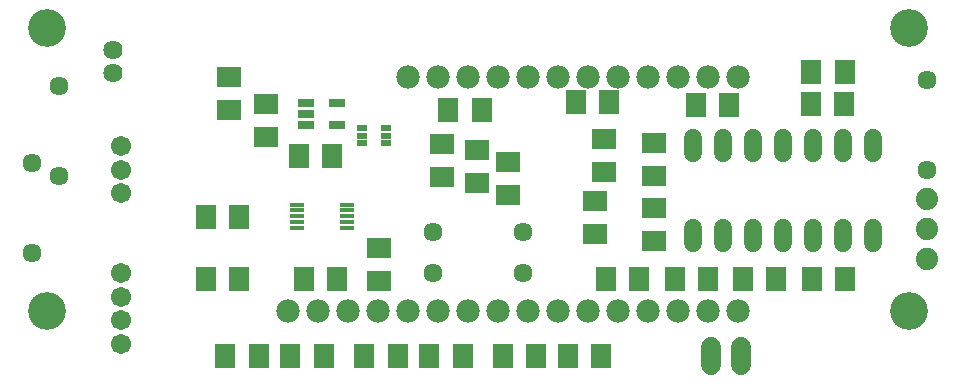
<source format=gbr>
G04 EAGLE Gerber RS-274X export*
G75*
%MOMM*%
%FSLAX34Y34*%
%LPD*%
%INSoldermask Top*%
%IPPOS*%
%AMOC8*
5,1,8,0,0,1.08239X$1,22.5*%
G01*
%ADD10C,3.203200*%
%ADD11C,1.981200*%
%ADD12R,2.006200X1.803200*%
%ADD13R,1.803200X2.006200*%
%ADD14R,2.003200X1.803200*%
%ADD15R,1.803200X2.003200*%
%ADD16C,1.524000*%
%ADD17C,1.625600*%
%ADD18R,1.203200X0.453200*%
%ADD19R,1.473200X0.762000*%
%ADD20R,0.853200X0.553200*%
%ADD21C,1.879600*%
%ADD22C,1.727200*%
%ADD23C,1.703200*%
%ADD24C,1.611200*%


D10*
X150000Y400000D03*
X150000Y160000D03*
X880000Y400000D03*
X880000Y160000D03*
D11*
X734700Y358800D03*
X709300Y358800D03*
X683900Y358800D03*
X658500Y358800D03*
X633100Y358800D03*
X607700Y358800D03*
X582300Y358800D03*
X556900Y358800D03*
X531500Y358800D03*
X506100Y358800D03*
X480700Y358800D03*
X455300Y358800D03*
X379100Y160600D03*
X404500Y160600D03*
X429900Y160600D03*
X455300Y160600D03*
X480700Y160600D03*
X506100Y160600D03*
X531500Y160600D03*
X556900Y160600D03*
X582300Y160600D03*
X607700Y160600D03*
X633100Y160600D03*
X658500Y160600D03*
X683900Y160600D03*
X709300Y160600D03*
X734700Y160600D03*
X353700Y160600D03*
D12*
X614150Y253710D03*
X614150Y225270D03*
X664150Y247870D03*
X664150Y219430D03*
X663830Y274430D03*
X663830Y302870D03*
D13*
X681380Y187470D03*
X709820Y187470D03*
X738770Y187470D03*
X767210Y187470D03*
X797220Y187440D03*
X825660Y187440D03*
X825530Y363020D03*
X797090Y363020D03*
X727530Y334550D03*
X699090Y334550D03*
X517860Y330820D03*
X489420Y330820D03*
D12*
X513800Y268380D03*
X513800Y296820D03*
X484670Y273460D03*
X484670Y301900D03*
D14*
X621330Y305990D03*
X621330Y277990D03*
D15*
X623300Y187470D03*
X651300Y187470D03*
D14*
X540470Y258440D03*
X540470Y286440D03*
D15*
X796690Y335430D03*
X824690Y335430D03*
X597510Y337050D03*
X625510Y337050D03*
X284230Y187470D03*
X312230Y187470D03*
D16*
X697220Y217496D02*
X697220Y230704D01*
X722620Y230704D02*
X722620Y217496D01*
X849620Y217496D02*
X849620Y230704D01*
X849620Y293696D02*
X849620Y306904D01*
X748020Y230704D02*
X748020Y217496D01*
X773420Y217496D02*
X773420Y230704D01*
X824220Y230704D02*
X824220Y217496D01*
X798820Y217496D02*
X798820Y230704D01*
X824220Y293696D02*
X824220Y306904D01*
X798820Y306904D02*
X798820Y293696D01*
X773420Y293696D02*
X773420Y306904D01*
X748020Y306904D02*
X748020Y293696D01*
X722620Y293696D02*
X722620Y306904D01*
X697220Y306904D02*
X697220Y293696D01*
D17*
X205400Y361650D03*
X205400Y381650D03*
D18*
X403491Y230450D03*
X403491Y235450D03*
X403491Y240450D03*
X403491Y245450D03*
X403491Y250450D03*
X361229Y250450D03*
X361229Y245450D03*
X361229Y240450D03*
X361229Y235450D03*
X361229Y230450D03*
D12*
X430810Y213920D03*
X430810Y185480D03*
D13*
X367310Y187470D03*
X395750Y187470D03*
D15*
X284820Y239620D03*
X312820Y239620D03*
D19*
X369086Y336368D03*
X369086Y326970D03*
X369086Y317572D03*
X394994Y317572D03*
X394994Y336368D03*
D15*
X363040Y291220D03*
X391040Y291220D03*
D14*
X303700Y330430D03*
X303700Y358430D03*
X335300Y307930D03*
X335300Y335930D03*
D20*
X416220Y315170D03*
X416220Y308670D03*
X416220Y302170D03*
X436720Y315170D03*
X436720Y308670D03*
X436720Y302170D03*
D21*
X895000Y255400D03*
X895000Y230000D03*
X895000Y204600D03*
D22*
X712300Y130120D02*
X712300Y114880D01*
X737700Y114880D02*
X737700Y130120D01*
D23*
X212500Y132500D03*
X212500Y152500D03*
X212500Y172500D03*
X212500Y192500D03*
X212500Y300000D03*
X212500Y280000D03*
X212500Y260000D03*
D13*
X329220Y122500D03*
X300780Y122500D03*
X446720Y122500D03*
X418280Y122500D03*
X564220Y122500D03*
X535780Y122500D03*
X590780Y122500D03*
X619220Y122500D03*
X473280Y122500D03*
X501720Y122500D03*
X355780Y122500D03*
X384220Y122500D03*
D24*
X476900Y192500D03*
X553100Y192500D03*
X553100Y227500D03*
X476900Y227500D03*
X895000Y279400D03*
X895000Y355600D03*
X137500Y209400D03*
X137500Y285600D03*
X160000Y274400D03*
X160000Y350600D03*
M02*

</source>
